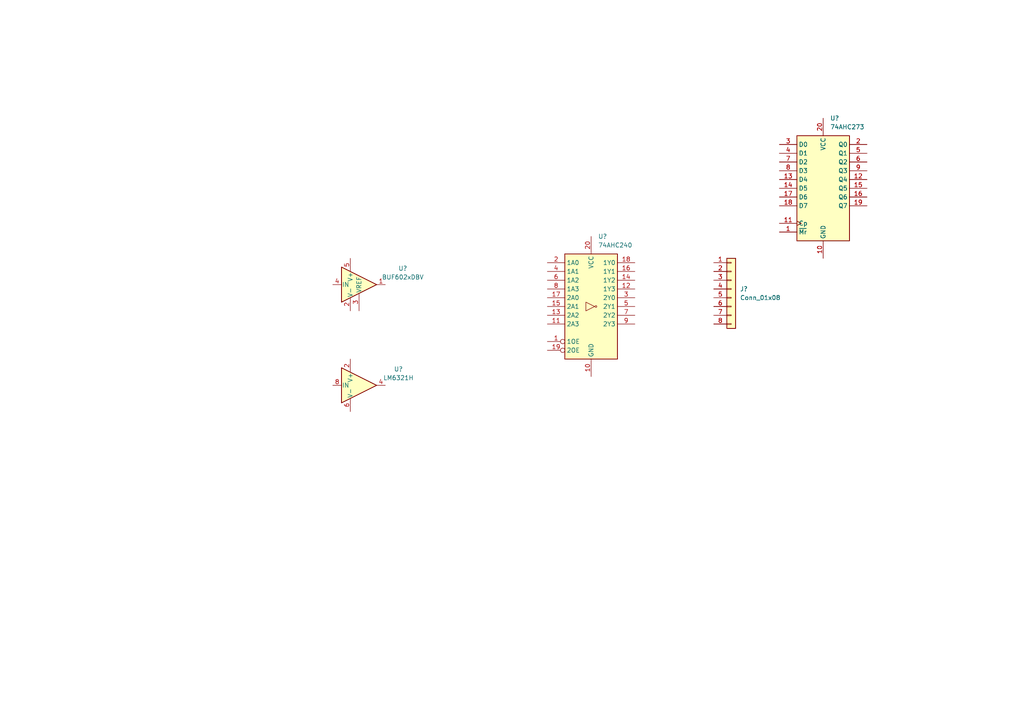
<source format=kicad_sch>
(kicad_sch (version 20211123) (generator eeschema)
  (paper "A4")
  (lib_symbols
    (symbol "74xx:74AHC240"
      (property "Reference" "U" (at -7.62 16.51 0))
      (property "Value" "74AHC240" (at -7.62 -16.51 0))
      (symbol "74AHC240_1_0"
        (polyline (pts (xy 1.016 0) (xy -1.524 1.27) (xy -1.524 -1.27) (xy 1.016 0)) (stroke (width 0.1524)))
        (circle (center 1.397 0) (radius 0.254) (stroke (width 0.1524)))
        (pin input inverted (at -12.7 -10.16 0) (length 5.08) (name "1OE") (number "1"))
        (pin power_in line (at 0 -20.32 90) (length 5.08) (name "GND") (number "10"))
        (pin input line (at -12.7 -5.08 0) (length 5.08) (name "2A3") (number "11"))
        (pin tri_state line (at 12.7 5.08 180) (length 5.08) (name "1Y3") (number "12"))
        (pin input line (at -12.7 -2.54 0) (length 5.08) (name "2A2") (number "13"))
        (pin tri_state line (at 12.7 7.62 180) (length 5.08) (name "1Y2") (number "14"))
        (pin input line (at -12.7 0 0) (length 5.08) (name "2A1") (number "15"))
        (pin tri_state line (at 12.7 10.16 180) (length 5.08) (name "1Y1") (number "16"))
        (pin input line (at -12.7 2.54 0) (length 5.08) (name "2A0") (number "17"))
        (pin tri_state line (at 12.7 12.7 180) (length 5.08) (name "1Y0") (number "18"))
        (pin input inverted (at -12.7 -12.7 0) (length 5.08) (name "2OE") (number "19"))
        (pin input line (at -12.7 12.7 0) (length 5.08) (name "1A0") (number "2"))
        (pin power_in line (at 0 20.32 270) (length 5.08) (name "VCC") (number "20"))
        (pin tri_state line (at 12.7 2.54 180) (length 5.08) (name "2Y0") (number "3"))
        (pin input line (at -12.7 10.16 0) (length 5.08) (name "1A1") (number "4"))
        (pin tri_state line (at 12.7 0 180) (length 5.08) (name "2Y1") (number "5"))
        (pin input line (at -12.7 7.62 0) (length 5.08) (name "1A2") (number "6"))
        (pin tri_state line (at 12.7 -2.54 180) (length 5.08) (name "2Y2") (number "7"))
        (pin input line (at -12.7 5.08 0) (length 5.08) (name "1A3") (number "8"))
        (pin tri_state line (at 12.7 -5.08 180) (length 5.08) (name "2Y3") (number "9"))
      )
      (symbol "74AHC240_1_1"
        (rectangle (start -7.62 15.24) (end 7.62 -15.24) (stroke (width 0.254)) (fill (type background)))
      )
    )
    (symbol "74xx:74AHC273"
      (property "Reference" "U" (at -7.62 16.51 0))
      (property "Value" "74AHC273" (at -7.62 -16.51 0))
      (symbol "74AHC273_1_0"
        (pin input line (at -12.7 -12.7 0) (length 5.08) (name "~{Mr}") (number "1"))
        (pin power_in line (at 0 -20.32 90) (length 5.08) (name "GND") (number "10"))
        (pin input clock (at -12.7 -10.16 0) (length 5.08) (name "Cp") (number "11"))
        (pin output line (at 12.7 2.54 180) (length 5.08) (name "Q4") (number "12"))
        (pin input line (at -12.7 2.54 0) (length 5.08) (name "D4") (number "13"))
        (pin input line (at -12.7 0 0) (length 5.08) (name "D5") (number "14"))
        (pin output line (at 12.7 0 180) (length 5.08) (name "Q5") (number "15"))
        (pin output line (at 12.7 -2.54 180) (length 5.08) (name "Q6") (number "16"))
        (pin input line (at -12.7 -2.54 0) (length 5.08) (name "D6") (number "17"))
        (pin input line (at -12.7 -5.08 0) (length 5.08) (name "D7") (number "18"))
        (pin output line (at 12.7 -5.08 180) (length 5.08) (name "Q7") (number "19"))
        (pin output line (at 12.7 12.7 180) (length 5.08) (name "Q0") (number "2"))
        (pin power_in line (at 0 20.32 270) (length 5.08) (name "VCC") (number "20"))
        (pin input line (at -12.7 12.7 0) (length 5.08) (name "D0") (number "3"))
        (pin input line (at -12.7 10.16 0) (length 5.08) (name "D1") (number "4"))
        (pin output line (at 12.7 10.16 180) (length 5.08) (name "Q1") (number "5"))
        (pin output line (at 12.7 7.62 180) (length 5.08) (name "Q2") (number "6"))
        (pin input line (at -12.7 7.62 0) (length 5.08) (name "D2") (number "7"))
        (pin input line (at -12.7 5.08 0) (length 5.08) (name "D3") (number "8"))
        (pin output line (at 12.7 5.08 180) (length 5.08) (name "Q3") (number "9"))
      )
      (symbol "74AHC273_1_1"
        (rectangle (start -7.62 15.24) (end 7.62 -15.24) (stroke (width 0.254)) (fill (type background)))
      )
    )
    (symbol "Amplifier_Buffer:BUF602xDBV" (pin_names (offset 0.127))
      (property "Reference" "U" (at 6.35 2.54 0))
      (property "Value" "BUF602xDBV" (at 7.62 -2.54 0))
      (symbol "BUF602xDBV_0_1"
        (polyline (pts (xy 5.08 0) (xy -5.08 5.08) (xy -5.08 -5.08) (xy 5.08 0)) (stroke (width 0.254)) (fill (type background)))
      )
      (symbol "BUF602xDBV_1_1"
        (pin output line (at 7.62 0 180) (length 2.54) (name "~") (number "1"))
        (pin power_in line (at -2.54 -7.62 90) (length 3.81) (name "V-") (number "2"))
        (pin output line (at 0 -7.62 90) (length 5.08) (name "VREF") (number "3"))
        (pin input line (at -7.62 0 0) (length 2.54) (name "IN") (number "4"))
        (pin power_in line (at -2.54 7.62 270) (length 3.81) (name "V+") (number "5"))
      )
    )
    (symbol "Amplifier_Buffer:LM6321H" (pin_names (offset 0.127))
      (property "Reference" "U" (at 5.08 3.81 0))
      (property "Value" "LM6321H" (at 5.08 -3.81 0))
      (symbol "LM6321H_0_1"
        (polyline (pts (xy 5.08 0) (xy -5.08 5.08) (xy -5.08 -5.08) (xy 5.08 0)) (stroke (width 0.254)) (fill (type background)))
      )
      (symbol "LM6321H_1_1"
        (pin no_connect line (at -2.54 2.54 270) (length 2.54) hide (name "NC") (number "1"))
        (pin power_in line (at -2.54 7.62 270) (length 3.81) (name "V+") (number "2"))
        (pin no_connect line (at 0 2.54 270) (length 2.54) hide (name "NC") (number "3"))
        (pin output line (at 7.62 0 180) (length 2.54) (name "~") (number "4"))
        (pin no_connect line (at 0 -2.54 90) (length 2.54) hide (name "NC") (number "5"))
        (pin power_in line (at -2.54 -7.62 90) (length 3.81) (name "V-") (number "6"))
        (pin no_connect line (at -2.54 -2.54 90) (length 2.54) hide (name "NC") (number "7"))
        (pin input line (at -7.62 0 0) (length 2.54) (name "IN") (number "8"))
      )
    )
    (symbol "Connector_Generic:Conn_01x08" (pin_names (offset 1.016) hide)
      (property "Reference" "J" (at 0 10.16 0))
      (property "Value" "Conn_01x08" (at 0 -12.7 0))
      (symbol "Conn_01x08_1_1"
        (rectangle (start -1.27 -10.033) (end 0 -10.287) (stroke (width 0.1524)))
        (rectangle (start -1.27 -7.493) (end 0 -7.747) (stroke (width 0.1524)))
        (rectangle (start -1.27 -4.953) (end 0 -5.207) (stroke (width 0.1524)))
        (rectangle (start -1.27 -2.413) (end 0 -2.667) (stroke (width 0.1524)))
        (rectangle (start -1.27 0.127) (end 0 -0.127) (stroke (width 0.1524)))
        (rectangle (start -1.27 2.667) (end 0 2.413) (stroke (width 0.1524)))
        (rectangle (start -1.27 5.207) (end 0 4.953) (stroke (width 0.1524)))
        (rectangle (start -1.27 7.747) (end 0 7.493) (stroke (width 0.1524)))
        (rectangle (start -1.27 8.89) (end 1.27 -11.43) (stroke (width 0.254)) (fill (type background)))
        (pin passive line (at -5.08 7.62 0) (length 3.81) (name "Pin_1") (number "1"))
        (pin passive line (at -5.08 5.08 0) (length 3.81) (name "Pin_2") (number "2"))
        (pin passive line (at -5.08 2.54 0) (length 3.81) (name "Pin_3") (number "3"))
        (pin passive line (at -5.08 0 0) (length 3.81) (name "Pin_4") (number "4"))
        (pin passive line (at -5.08 -2.54 0) (length 3.81) (name "Pin_5") (number "5"))
        (pin passive line (at -5.08 -5.08 0) (length 3.81) (name "Pin_6") (number "6"))
        (pin passive line (at -5.08 -7.62 0) (length 3.81) (name "Pin_7") (number "7"))
        (pin passive line (at -5.08 -10.16 0) (length 3.81) (name "Pin_8") (number "8"))
      )
    )
  )
  (symbol (lib_id "74xx:74AHC240") (at 171.45 88.9 0) (unit 1)
    (property "Reference" "U?" (at 173.4694 68.58 0) (effects (justify left)))
    (property "Value" "74AHC240" (at 173.4694 71.12 0) (effects (justify left)))
    (property "Datasheet" "https://www.ti.com/lit/ds/symlink/sn54ahc240.pdf" (effects hide))
  )
  (symbol (lib_id "Amplifier_Buffer:BUF602xDBV") (at 104.14 82.55 0) (unit 1)
    (property "Reference" "U?" (at 116.84 77.851 0))
    (property "Value" "BUF602xDBV" (at 116.84 80.391 0))
    (property "Footprint" "Package_TO_SOT_SMD:SOT-23-5" (effects hide))
    (property "Datasheet" "http://www.ti.com/lit/ds/symlink/buf602.pdf" (effects hide))
  )
  (symbol (lib_id "74xx:74AHC273") (at 238.76 54.61 0) (unit 1)
    (property "Reference" "U?" (at 240.7794 34.29 0) (effects (justify left)))
    (property "Value" "74AHC273" (at 240.7794 36.83 0) (effects (justify left)))
    (property "Datasheet" "https://assets.nexperia.com/documents/data-sheet/74AHC_AHCT273.pdf" (effects hide))
  )
  (symbol (lib_id "Connector_Generic:Conn_01x08") (at 212.09 83.82 0) (unit 1)
    (property "Reference" "J?" (at 214.63 83.8199 0) (effects (justify left)))
    (property "Value" "Conn_01x08" (at 214.63 86.3599 0) (effects (justify left)))
  )
  (symbol (lib_id "Amplifier_Buffer:LM6321H") (at 104.14 111.76 0) (unit 1)
    (property "Reference" "U?" (at 115.57 107.061 0))
    (property "Value" "LM6321H" (at 115.57 109.601 0))
    (property "Footprint" "Package_TO_SOT_THT:TO-5-8" (effects hide))
    (property "Datasheet" "http://www.electronica60norte.com/mwfls/pdf/LM6221.pdf" (effects hide))
  )
)
</source>
